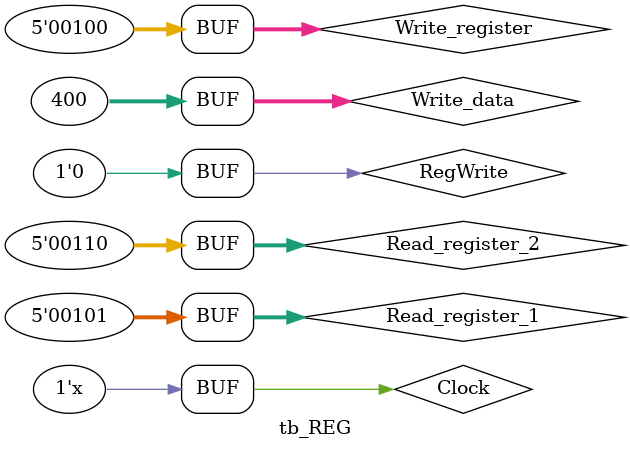
<source format=v>
module testmips();

reg CLK ;
initial
begin CLK=0;
$dumpvars(0, testmips);
end

always
begin
	#5
	CLK = ~CLK;
end


MIPS M1(CLK);

endmodule


module tb_ALU();
//Inputs
 reg[31:0] Read_data_1,Data_2;
 reg[2:0] ALU_control;

//Outputs
 wire[31:0] Result;
 wire Zero_flag;

alu ALU1(Read_data_1,Data_2,ALU_control,Result,Zero_flag);

initial
begin 

$display("Data1   .   Data2   .  ALUControl   .   Result   .   Zero_flag");
$monitor("%d   .   %d   .   %d   .    %d   .	%d",Read_data_1,Data_2,ALU_control,Result,Zero_flag);

#2
//000 AND 001
Read_data_1 = 0;
Data_2 = 1;
ALU_control = 0;

#30
//000 OR 101
Read_data_1 = 3'b000;
Data_2 = 3'b101;
ALU_control = 1;

#30
//011 + 100
Read_data_1 = 3'b011;
Data_2 = 3'b100;
ALU_control = 2;

#30
//111 - 100
Read_data_1 = 3'b111;
Data_2 = 3'b100;
ALU_control = 6;

#30
//100 < 111
Read_data_1 = 3'b100;
Data_2 = 3'b111;
ALU_control = 7;

end 
endmodule 

module tb_ALU_Control();


reg [1:0]control;
reg [5:0]funct;
reg CLK;

wire [2:0] ALU_control;

ALU_Control a1(ALU_control, control, funct, CLK);

initial
begin
$display("                  Time  | Control | Function | Output");
$monitor($time,"    |   %b    |   %b |   %b", control, funct, ALU_control);

CLK = 0;
#2
control <= 2'b00;
funct <= 6'b110100;

#10
control <= 2'b01;
funct <= 6'b100110;

#10
control <= 2'b10;
funct <= 6'b100100;

end


always
begin
#5
CLK = ~CLK;
end

endmodule

module tb_ControlUnit();

//Inputs
reg [5:0] OpCode;
reg CLK;
//Outputs
wire RegDst, Jump, Branch, MemRead, MemtoReg, MemWrite, ALUSrc, RegWrite, JAL;
wire [1:0] ALUOp;

always
begin
	#5
	CLK = ~CLK;
end

initial
begin

CLK = 0;

$display("Time   .  OpCode   .   RegDst   .  ALUSrc   .   MemtoReg   .   RegWrite   .   MemRead   .   MemWrite   .   Branch   .   ALUOp   .   Jump   .   JAL   ");
$monitor("%d   .   %d   .   %d   .    %d   .	%d   .	%d   .	%d   .	%d   .	%b   .	%d   .	%d", $time, OpCode, RegDst, ALUSrc, MemtoReg, RegWrite, MemRead, MemWrite, Branch, ALUOp, Jump, JAL);

#4
OpCode = 6'b000000;

#10
OpCode = 6'b100011;

#10
OpCode = 6'b101011;

#10
OpCode = 6'b101011;

#10
OpCode = 6'b000100;

#10
OpCode = 6'b000010;

#10
OpCode = 6'b000011;
end

ControlUnit test(CLK, OpCode, RegDst, Jump, Branch, MemRead, MemtoReg, ALUOp, MemWrite, ALUSrc, RegWrite, JAL);

endmodule 



module tb_DataMemory();

reg [31:0] writeData;
reg [31:0] address;
reg memRead, memWrite, CLK;
wire [31:0] readData;

initial
begin
$monitor("%d %d %d %d %d",$time, memRead, memWrite, readData, writeData, address);
CLK = 0;
memRead =0;
memWrite=1;
address=0;
writeData=12;
#50
CLK=1;
#50
CLK=0;
#50
memWrite=0;
#50
CLK=1;
#50
address=0;
memRead=1;
#50
CLK=0;
#50
CLK=1;
#50
CLK=0;
end

dataMem data1(readData, writeData, address, memWrite, memRead, CLK);
endmodule

module tb_MUX();
reg[31:0] IN_1,IN_2;
reg Sel;
wire[31:0] Out;

initial
begin
$monitor("IN_1 = %b , IN_2 = %b, Sel = %b,  Out = %b",IN_1,IN_2,Sel,Out);
#5
IN_1<=32'b0000_1111_0000_1111_0000_1111_0000_1111;
IN_2<=32'b0000_0000_0000_0000_0000_0000_0000_0000;
Sel<=0;
#5
Sel<=1;




end

MUX M1(IN_1, IN_2, Sel, Out);
endmodule

module tb_ProgMemory();
wire [31:0]instd;
reg [3:0]prgcntrd;

initial
begin
$monitor("%b ,   %d",instd,prgcntrd);
prgcntrd=0;
#5
prgcntrd=4;
#5
prgcntrd=8;
#5
prgcntrd=12;

end

prgmem dummy(instd,prgcntrd);
endmodule 

module tb_ShiftLeft2();
reg[31:0] IN;
wire[31:0] Out;

initial
begin
$monitor("IN = %b,  Out = %b",IN,Out);
#5
IN<=1;
#5
IN<=7;

end

Shiftleft2 SL2(IN,Out);
endmodule


module tb_SignExtend();
reg[15:0] IN;
wire[31:0] Out;

initial 
begin
$monitor("IN = %b  Out = %b",IN,Out);
#5
IN<=1;
#5
IN<=-5;
#5
IN<=4;
#5
IN<=12;

end


Signextend S1(IN,Out);
endmodule

module tb_REG();

//Inputs
reg [4:0]Read_register_1;
reg [4:0]Read_register_2;

reg [4:0]Write_register;

reg [31:0]Write_data;
reg RegWrite, Clock;


//Outputs
wire [31:0] Read_data_1;
wire [31:0] Read_data_2;

initial
	begin
		$display("                  Time  | Register Location 1 | Register Location 2 | Register Address 1 | Register Address 2 | RegWrite  | Register Write Address | Register Write Data");

		$monitor($time,"    |   %d        |    %d       |        %d       |         %d         |        %d      |        %d     |   %d"     , Read_data_1, Read_data_2, Read_register_1, Read_register_2, RegWrite, Write_register, Write_data);

		Clock = 0;
		#2
		RegWrite <=1;
		Write_data <= 100;
		Write_register <= 1;

		#10
		RegWrite <=1;
		Write_data <= 200;
		Write_register <= 2;


		#10
		RegWrite <=1;
		Write_data <= 300;
		Write_register <= 3;

		#10
		RegWrite <=1;
		Write_data <= 400;
		Write_register <= 4;

		#10
		RegWrite <=0;
		Read_register_1 <= 1;
		Read_register_2 <= 4;
		
		#10
		RegWrite <=0;
		Read_register_1 <= 2;
		Read_register_2 <= 3;

		#10
		RegWrite <=0;
		Read_register_1 <= 5;
		Read_register_2 <= 6;







	end




always
	begin
		#5
		Clock = ~Clock; 
	end
Registers RF(Read_register_1, Read_register_2, Write_register, Write_data, RegWrite, Read_data_1, Read_data_2, Clock);
endmodule


</source>
